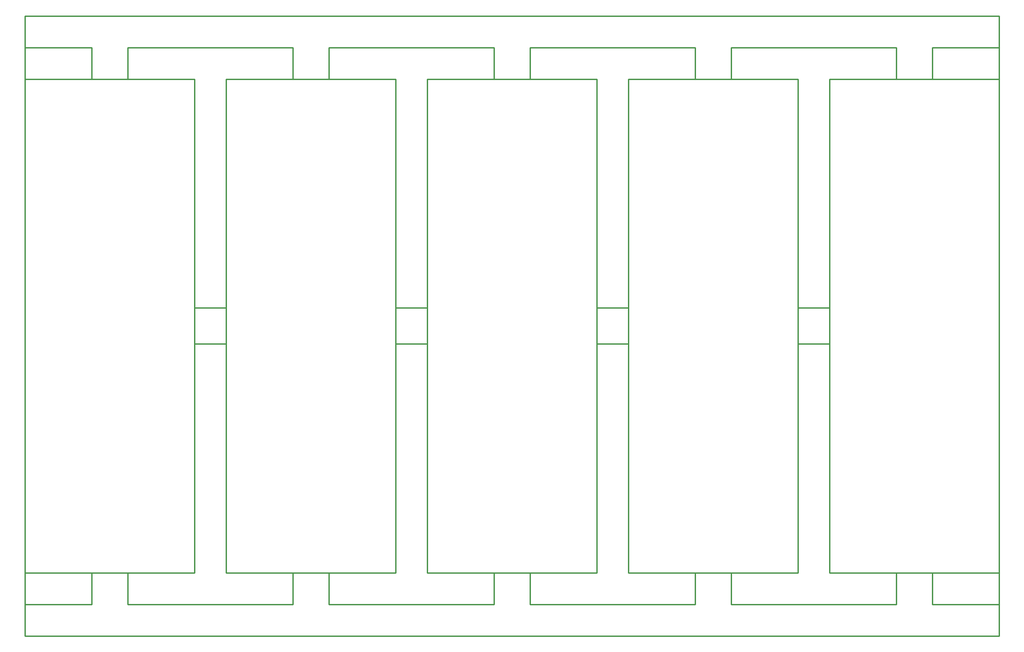
<source format=gko>
G04 Layer: BoardOutlineLayer*
G04 EasyEDA v6.5.29, 2023-07-20 14:59:44*
G04 987ae69db31144c28cf86215047d26b3,5a6b42c53f6a479593ecc07194224c93,10*
G04 Gerber Generator version 0.2*
G04 Scale: 100 percent, Rotated: No, Reflected: No *
G04 Dimensions in millimeters *
G04 leading zeros omitted , absolute positions ,4 integer and 5 decimal *
%FSLAX45Y45*%
%MOMM*%

%ADD10C,0.2540*%
D10*
X3302000Y9652000D02*
G01*
X6527800Y9652000D01*
X6527800Y254000D01*
X3302000Y254000D01*
X3302000Y9652000D01*
X7127798Y9652000D02*
G01*
X10353598Y9652000D01*
X10353598Y254000D01*
X7127798Y254000D01*
X7127798Y9652000D01*
X10953597Y9652000D02*
G01*
X14179397Y9652000D01*
X14179397Y254000D01*
X10953597Y254000D01*
X10953597Y9652000D01*
X14779396Y9652000D02*
G01*
X18005196Y9652000D01*
X18005196Y254000D01*
X14779396Y254000D01*
X14779396Y9652000D01*
X18605195Y9652000D02*
G01*
X21830995Y9652000D01*
X21830995Y254000D01*
X18605195Y254000D01*
X18605195Y9652000D01*
X3302000Y10851997D02*
G01*
X21830995Y10851997D01*
X21830995Y-945997D01*
X3302000Y-945997D01*
X3302000Y10851997D01*
X4572896Y10251998D02*
G01*
X3302000Y10251998D01*
X4572896Y-345998D02*
G01*
X3302000Y-345998D01*
X8398695Y10251998D02*
G01*
X5256905Y10251998D01*
X8398695Y-345998D02*
G01*
X5256905Y-345998D01*
X12224494Y10251998D02*
G01*
X9082704Y10251998D01*
X12224494Y-345998D02*
G01*
X9082704Y-345998D01*
X16050293Y10251998D02*
G01*
X12908503Y10251998D01*
X16050293Y-345998D02*
G01*
X12908503Y-345998D01*
X19876091Y10251998D02*
G01*
X16734302Y10251998D01*
X19876091Y-345998D02*
G01*
X16734302Y-345998D01*
X21830995Y10251998D02*
G01*
X20560101Y10251998D01*
X21830995Y-345998D02*
G01*
X20560101Y-345998D01*
X7118631Y5295003D02*
G01*
X6536966Y5295003D01*
X7118631Y4610994D02*
G01*
X6536966Y4610994D01*
X10944430Y5295003D02*
G01*
X10362765Y5295003D01*
X10944430Y4610994D02*
G01*
X10362765Y4610994D01*
X14770229Y5295003D02*
G01*
X14188564Y5295003D01*
X14770229Y4610994D02*
G01*
X14188564Y4610994D01*
X18596028Y5295003D02*
G01*
X18014363Y5295003D01*
X18596028Y4610994D02*
G01*
X18014363Y4610994D01*
X4572896Y9661166D02*
G01*
X4572896Y10251998D01*
X4572896Y-345998D02*
G01*
X4572896Y244833D01*
X5256905Y9661166D02*
G01*
X5256905Y10251998D01*
X5256905Y-345998D02*
G01*
X5256905Y244833D01*
X8398695Y9661166D02*
G01*
X8398695Y10251998D01*
X8398695Y-345998D02*
G01*
X8398695Y244833D01*
X9082704Y9661166D02*
G01*
X9082704Y10251998D01*
X9082704Y-345998D02*
G01*
X9082704Y244833D01*
X12224494Y9661166D02*
G01*
X12224494Y10251998D01*
X12224494Y-345998D02*
G01*
X12224494Y244833D01*
X12908503Y9661166D02*
G01*
X12908503Y10251998D01*
X12908503Y-345998D02*
G01*
X12908503Y244833D01*
X16050293Y9661166D02*
G01*
X16050293Y10251998D01*
X16050293Y-345998D02*
G01*
X16050293Y244833D01*
X16734302Y9661166D02*
G01*
X16734302Y10251998D01*
X16734302Y-345998D02*
G01*
X16734302Y244833D01*
X19876091Y9661166D02*
G01*
X19876091Y10251998D01*
X19876091Y-345998D02*
G01*
X19876091Y244833D01*
X20560101Y9661166D02*
G01*
X20560101Y10251998D01*
X20560101Y-345998D02*
G01*
X20560101Y244833D01*

%LPD*%
M02*

</source>
